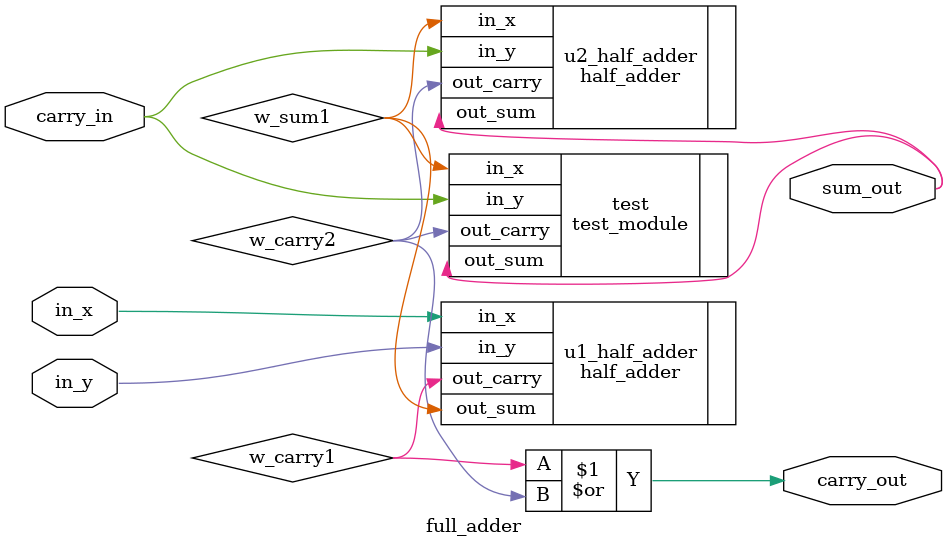
<source format=v>

module full_adder
  (in_x, in_y, carry_in, sum_out, carry_out);
   
   input  in_x;
   input  in_y;
   input  carry_in;
   output sum_out;
   output carry_out;

   wire   w_sum1;
   wire   w_carry1;
   wire   w_carry2;

   assign carry_out = w_carry1 | w_carry2;

   // Instantiate two half-adders to make the circuit. Click here for half-adder rtl

   // slice
   // Instructions : I1, I2
   half_adder u1_half_adder
     (
      // Inputs
      .in_x(in_x),
      .in_y(in_y),
      // End of inputs
      // Outputs
      .out_sum(w_sum1),
      .out_carry(w_carry1)
      // End of outputs
      );                    
   
   // slice
   // Instructions : I1, I3
   half_adder u2_half_adder
     (
      // Inputs
      .in_x(w_sum1),
      .in_y(carry_in),
      // End of inputs
      // Outputs
      .out_sum(sum_out),
      .out_carry(w_carry2)
      // End of outputs
      );                    
   
   // slice
   // Instructions : I4, I5
   test_module test
     (
      // Inputs
      .in_x(w_sum1),
      .in_y(carry_in),
      // End of inputs
      // Outputs
      .out_sum(sum_out),
      .out_carry(w_carry2)
      // End of outputs
      );

   // slice 
   // default_slice             
endmodule 

</source>
